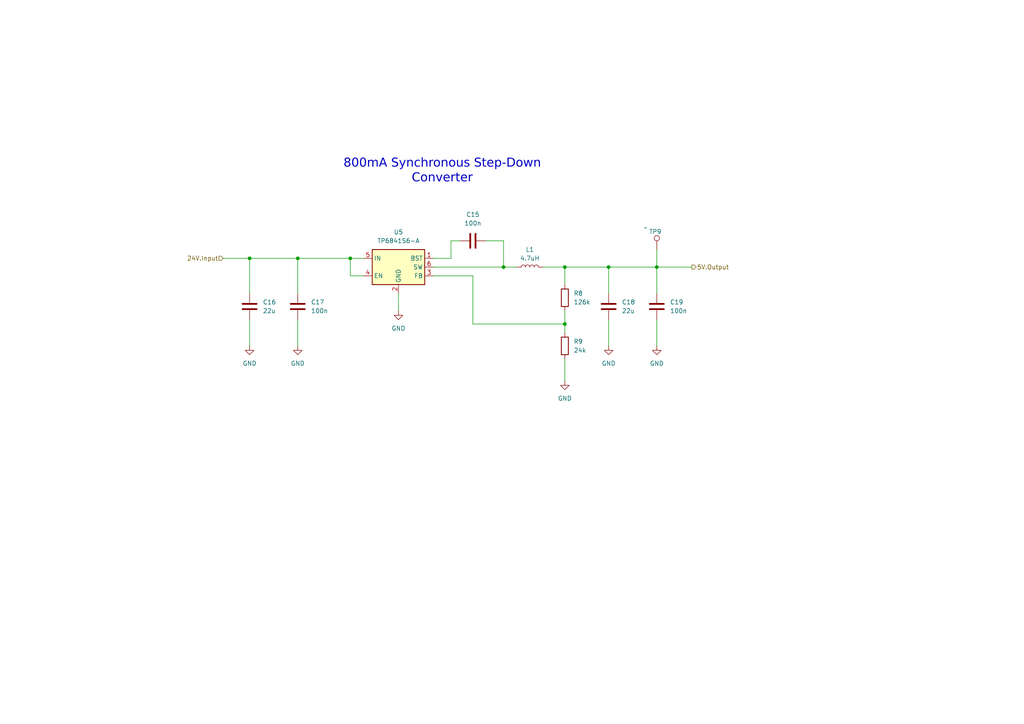
<source format=kicad_sch>
(kicad_sch (version 20250114) (generator "eeschema") (generator_version "9.0")
  (paper "A4")
  (lib_symbols
    (symbol "Connector:TestPoint" (pin_numbers (hide yes)) (pin_names (offset 0.762) (hide yes))
      (property "Reference" "TP" (at 0 6.858 0))
      (property "Value" "TestPoint" (at 0 5.08 0))
      (symbol "TestPoint_0_1"
        (circle (center 0 3.302) (radius 0.762))
      )
      (symbol "TestPoint_1_1"
        (pin passive line (at 0 0 90) (length 2.54) (name "1") (number "1"))
      )
    )
    (symbol "Device:C" (pin_numbers (hide yes)) (pin_names (offset 0.254))
      (property "Reference" "C" (at 0.635 2.54 0))
      (property "Value" "C" (at 0.635 -2.54 0))
      (symbol "C_0_1"
        (polyline (pts (xy -2.032 0.762) (xy 2.032 0.762)) (stroke (width 0.508)))
        (polyline (pts (xy -2.032 -0.762) (xy 2.032 -0.762)) (stroke (width 0.508)))
      )
      (symbol "C_1_1"
        (pin passive line (at 0 3.81 270) (length 2.794) (name "~") (number "1"))
        (pin passive line (at 0 -3.81 90) (length 2.794) (name "~") (number "2"))
      )
    )
    (symbol "Device:L" (pin_numbers (hide yes)) (pin_names (offset 1.016) (hide yes))
      (property "Reference" "L" (at -1.27 0 90))
      (property "Value" "L" (at 1.905 0 90))
      (symbol "L_0_1"
        (arc (start 0 2.54) (mid 0.6323 1.905) (end 0 1.27))
        (arc (start 0 1.27) (mid 0.6323 0.635) (end 0 0))
        (arc (start 0 0) (mid 0.6323 -0.635) (end 0 -1.27))
        (arc (start 0 -1.27) (mid 0.6323 -1.905) (end 0 -2.54))
      )
      (symbol "L_1_1"
        (pin passive line (at 0 3.81 270) (length 1.27) (name "1") (number "1"))
        (pin passive line (at 0 -3.81 90) (length 1.27) (name "2") (number "2"))
      )
    )
    (symbol "Device:R" (pin_numbers (hide yes)) (pin_names (offset 0))
      (property "Reference" "R" (at 2.032 0 90))
      (property "Value" "R" (at 0 0 90))
      (symbol "R_0_1"
        (rectangle (start -1.016 -2.54) (end 1.016 2.54) (stroke (width 0.254)))
      )
      (symbol "R_1_1"
        (pin passive line (at 0 3.81 270) (length 1.27) (name "~") (number "1"))
        (pin passive line (at 0 -3.81 90) (length 1.27) (name "~") (number "2"))
      )
    )
    (symbol "Regulator_Switching:AP62300WU"
      (property "Reference" "U?" (at 0 10.16 0))
      (property "Value" "TP6841S6-A" (at 0 7.62 0))
      (symbol "AP62300WU_0_1"
        (rectangle (start -7.62 5.08) (end 7.62 -5.08) (stroke (width 0.254)) (fill (type background)))
      )
      (symbol "AP62300WU_1_1"
        (pin power_in line (at -10.16 2.54 0) (length 2.54) (name "IN") (number "5"))
        (pin passive line (at -10.16 -2.54 0) (length 2.54) (name "EN") (number "4"))
        (pin power_in line (at 0 -7.62 90) (length 2.54) (name "GND") (number "2"))
        (pin passive line (at 10.16 2.54 180) (length 2.54) (name "BST") (number "1"))
        (pin output line (at 10.16 0 180) (length 2.54) (name "SW") (number "6"))
        (pin input line (at 10.16 -2.54 180) (length 2.54) (name "FB") (number "3"))
      )
    )
    (symbol "power:GND" (power) (pin_numbers (hide yes)) (pin_names (offset 0) (hide yes))
      (property "Value" "GND" (at 0 -3.81 0))
      (symbol "GND_0_1"
        (polyline (pts (xy 0 0) (xy 0 -1.27) (xy 1.27 -1.27) (xy 0 -2.54) (xy -1.27 -1.27) (xy 0 -1.27)))
      )
      (symbol "GND_1_1"
        (pin power_in line (at 0 0 270) (length 0) (name "~") (number "1"))
      )
    )
  )
  (text "800mA Synchronous Step-Down\nConverter" (at 128.27 50.292 0) (effects (font (size 2.54 2.54))))
  (junction (at 163.83 93.98))
  (junction (at 72.39 74.93))
  (junction (at 146.05 77.47))
  (junction (at 101.6 74.93))
  (junction (at 163.83 77.47))
  (junction (at 86.36 74.93))
  (junction (at 176.53 77.47))
  (junction (at 190.5 77.47))
  (wire (pts (xy 137.16 93.98) (xy 163.83 93.98)))
  (wire (pts (xy 101.6 74.93) (xy 105.41 74.93)))
  (wire (pts (xy 64.77 74.93) (xy 72.39 74.93)))
  (wire (pts (xy 190.5 85.09) (xy 190.5 77.47)))
  (wire (pts (xy 146.05 77.47) (xy 149.86 77.47)))
  (wire (pts (xy 190.5 100.33) (xy 190.5 92.71)))
  (wire (pts (xy 86.36 100.33) (xy 86.36 92.71)))
  (wire (pts (xy 72.39 85.09) (xy 72.39 74.93)))
  (wire (pts (xy 86.36 85.09) (xy 86.36 74.93)))
  (wire (pts (xy 125.73 77.47) (xy 146.05 77.47)))
  (wire (pts (xy 163.83 77.47) (xy 176.53 77.47)))
  (wire (pts (xy 163.83 93.98) (xy 163.83 96.52)))
  (wire (pts (xy 137.16 80.01) (xy 137.16 93.98)))
  (wire (pts (xy 130.81 69.85) (xy 133.35 69.85)))
  (wire (pts (xy 130.81 74.93) (xy 130.81 69.85)))
  (wire (pts (xy 72.39 74.93) (xy 86.36 74.93)))
  (wire (pts (xy 163.83 104.14) (xy 163.83 110.49)))
  (wire (pts (xy 115.57 85.09) (xy 115.57 90.17)))
  (wire (pts (xy 72.39 100.33) (xy 72.39 92.71)))
  (wire (pts (xy 105.41 80.01) (xy 101.6 80.01)))
  (wire (pts (xy 176.53 77.47) (xy 176.53 85.09)))
  (wire (pts (xy 190.5 72.39) (xy 190.5 77.47)))
  (wire (pts (xy 190.5 77.47) (xy 200.66 77.47)))
  (wire (pts (xy 163.83 82.55) (xy 163.83 77.47)))
  (wire (pts (xy 146.05 69.85) (xy 146.05 77.47)))
  (wire (pts (xy 125.73 74.93) (xy 130.81 74.93)))
  (wire (pts (xy 157.48 77.47) (xy 163.83 77.47)))
  (wire (pts (xy 140.97 69.85) (xy 146.05 69.85)))
  (wire (pts (xy 101.6 80.01) (xy 101.6 74.93)))
  (wire (pts (xy 176.53 77.47) (xy 190.5 77.47)))
  (wire (pts (xy 86.36 74.93) (xy 101.6 74.93)))
  (wire (pts (xy 176.53 92.71) (xy 176.53 100.33)))
  (wire (pts (xy 163.83 90.17) (xy 163.83 93.98)))
  (wire (pts (xy 125.73 80.01) (xy 137.16 80.01)))
  (hierarchical_label "24V.Input" (shape input) (at 64.77 74.93 180))
  (hierarchical_label "5V.Output" (shape output) (at 200.66 77.47 0))
  (symbol (lib_id "Device:C") (at 176.53 88.9 0) (unit 1)
    (property "Reference" "C18" (at 180.34 87.6299 0) (effects (justify left)))
    (property "Value" "22u" (at 180.34 90.1699 0) (effects (justify left)))
    (property "Description" "Unpolarized capacitor" (effects (hide yes)))
  )
  (symbol (lib_id "power:GND") (at 190.5 100.33 0) (unit 1)
    (property "Reference" "#PWR036" (effects (hide yes)))
    (property "Value" "GND" (at 190.5 105.41 0))
    (property "Description" "Power symbol creates a global label with name \"GND\" , ground" (effects (hide yes)))
  )
  (symbol (lib_id "power:GND") (at 86.36 100.33 0) (unit 1)
    (property "Reference" "#PWR034" (effects (hide yes)))
    (property "Value" "GND" (at 86.36 105.41 0))
    (property "Description" "Power symbol creates a global label with name \"GND\" , ground" (effects (hide yes)))
  )
  (symbol (lib_id "Device:C") (at 86.36 88.9 0) (unit 1)
    (property "Reference" "C17" (at 90.17 87.6299 0) (effects (justify left)))
    (property "Value" "100n" (at 90.17 90.1699 0) (effects (justify left)))
    (property "Description" "Unpolarized capacitor" (effects (hide yes)))
  )
  (symbol (lib_id "Device:R") (at 163.83 86.36 0) (unit 1)
    (property "Reference" "R8" (at 166.37 85.0899 0) (effects (justify left)))
    (property "Value" "126k" (at 166.37 87.6299 0) (effects (justify left)))
    (property "Description" "Resistor" (effects (hide yes)))
  )
  (symbol (lib_id "Device:C") (at 137.16 69.85 90) (unit 1)
    (property "Reference" "C15" (at 137.16 62.23 90))
    (property "Value" "100n" (at 137.16 64.77 90))
    (property "Description" "Unpolarized capacitor" (effects (hide yes)))
  )
  (symbol (lib_id "power:GND") (at 163.83 110.49 0) (unit 1)
    (property "Reference" "#PWR037" (effects (hide yes)))
    (property "Value" "GND" (at 163.83 115.57 0))
    (property "Description" "Power symbol creates a global label with name \"GND\" , ground" (effects (hide yes)))
  )
  (symbol (lib_id "Device:L") (at 153.67 77.47 90) (unit 1)
    (property "Reference" "L1" (at 153.67 72.39 90))
    (property "Value" "4.7uH" (at 153.67 74.93 90))
    (property "Description" "Inductor" (effects (hide yes)))
    (property "MPN" " PRS4018-4R7MT" (effects (hide yes)))
  )
  (symbol (lib_id "power:GND") (at 176.53 100.33 0) (unit 1)
    (property "Reference" "#PWR035" (effects (hide yes)))
    (property "Value" "GND" (at 176.53 105.41 0))
    (property "Description" "Power symbol creates a global label with name \"GND\" , ground" (effects (hide yes)))
  )
  (symbol (lib_id "power:GND") (at 115.57 90.17 0) (unit 1)
    (property "Reference" "#PWR032" (effects (hide yes)))
    (property "Value" "GND" (at 115.57 95.25 0))
    (property "Description" "Power symbol creates a global label with name \"GND\" , ground" (effects (hide yes)))
  )
  (symbol (lib_id "Device:C") (at 190.5 88.9 0) (unit 1)
    (property "Reference" "C19" (at 194.31 87.6299 0) (effects (justify left)))
    (property "Value" "100n" (at 194.31 90.1699 0) (effects (justify left)))
    (property "Description" "Unpolarized capacitor" (effects (hide yes)))
  )
  (symbol (lib_id "Device:C") (at 72.39 88.9 0) (unit 1)
    (property "Reference" "C16" (at 76.2 87.6299 0) (effects (justify left)))
    (property "Value" "22u" (at 76.2 90.1699 0) (effects (justify left)))
    (property "Description" "Unpolarized capacitor" (effects (hide yes)))
  )
  (symbol (lib_id "Connector:TestPoint") (at 190.5 72.39 0) (unit 1)
    (property "Reference" "TP9" (at 188.214 67.183 0) (effects (justify left)))
    (property "Value" "~" (at 186.69 66.04 0) (effects (justify left)))
    (property "Footprint" "brilliant-kicad-library:TestPoint_Pad_D0.9mm" (effects (hide yes)))
  )
  (symbol (lib_id "Regulator_Switching:AP62300WU") (at 115.57 77.47 0) (unit 1)
    (property "Reference" "U5" (at 115.57 67.31 0))
    (property "Value" "TP6841S6-A" (at 115.57 69.85 0))
    (property "Footprint" "Package_TO_SOT_SMD:TSOT-23-6" (effects (hide yes)))
    (property "Datasheet" "https://www.lcsc.com/datasheet/C2844924.pdf" (effects (hide yes)))
    (property "Description" "3A, 750kHz Buck DC/DC Converter, PFM for light load efficiency, 4.2V-18V input voltage, 0.8V-7V adjustable output voltage, TSOT-23-6" (effects (hide yes)))
  )
  (symbol (lib_id "Device:R") (at 163.83 100.33 0) (unit 1)
    (property "Reference" "R9" (at 166.37 99.0599 0) (effects (justify left)))
    (property "Value" "24k" (at 166.37 101.5999 0) (effects (justify left)))
    (property "Description" "Resistor" (effects (hide yes)))
  )
  (symbol (lib_id "power:GND") (at 72.39 100.33 0) (unit 1)
    (property "Reference" "#PWR033" (effects (hide yes)))
    (property "Value" "GND" (at 72.39 105.41 0))
    (property "Description" "Power symbol creates a global label with name \"GND\" , ground" (effects (hide yes)))
  )
)
</source>
